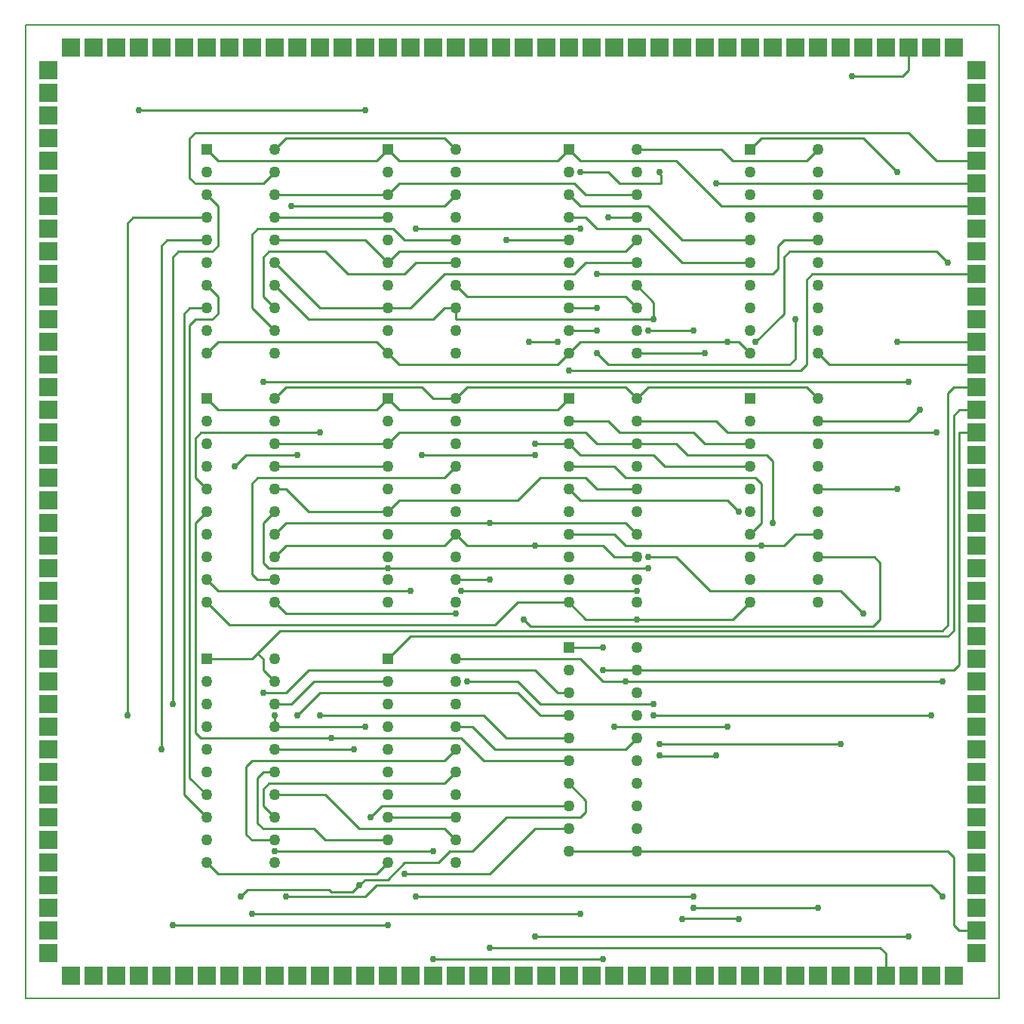
<source format=gbr>
G04 PROTEUS GERBER X2 FILE*
%TF.GenerationSoftware,Labcenter,Proteus,8.13-SP0-Build31525*%
%TF.CreationDate,2022-07-18T16:40:46+00:00*%
%TF.FileFunction,Copper,L1,Top*%
%TF.FilePolarity,Positive*%
%TF.Part,Single*%
%TF.SameCoordinates,{e24a2c9c-2edf-4d0d-b778-41e989ec9892}*%
%FSLAX45Y45*%
%MOMM*%
G01*
%TA.AperFunction,Conductor*%
%ADD10C,0.254000*%
%TA.AperFunction,ViaPad*%
%ADD11C,0.762000*%
%TA.AperFunction,ComponentPad*%
%ADD12R,2.032000X2.032000*%
%TA.AperFunction,ComponentPad*%
%ADD13R,1.270000X1.270000*%
%ADD14C,1.270000*%
%TA.AperFunction,Profile*%
%ADD15C,0.203200*%
%TD.AperFunction*%
D10*
X-2667000Y-2412999D02*
X-2667000Y-2413000D01*
X-2476500Y-2412999D01*
X-2222501Y-2159000D01*
X-1397000Y-2159000D01*
X-2667000Y-2540000D02*
X-2667000Y-2667000D01*
X-1651000Y-2667000D01*
X-1778000Y-2921000D02*
X-2667000Y-2921000D01*
X-2667000Y-3175000D02*
X-2794000Y-3175000D01*
X-2857500Y-3238500D01*
X-2857500Y-3746500D01*
X-2794000Y-3810000D01*
X-2222500Y-3810000D01*
X-2095500Y-3937000D01*
X-1397000Y-3937000D01*
X-2667000Y-3429000D02*
X-2095500Y-3429000D01*
X-1714500Y-3810000D01*
X-762000Y-3810000D01*
X-635000Y-3937000D01*
X-2667000Y-3683000D02*
X-2794000Y-3556000D01*
X-2794000Y-3365500D01*
X-2730500Y-3302000D01*
X-762000Y-3302000D01*
X-635000Y-3175000D01*
X-2667000Y-3937000D02*
X-2921000Y-3937000D01*
X-2984500Y-3873500D01*
X-2984500Y-3111500D01*
X-2921000Y-3048000D01*
X-762000Y-3048000D01*
X-635000Y-2921000D01*
X-2667000Y-4064000D02*
X-889000Y-4064000D01*
X-2413000Y-2540000D02*
X-2159000Y-2286000D01*
X+63500Y-2286000D01*
X+317500Y-2540000D01*
X+635000Y-2540000D01*
X-3111500Y+254000D02*
X-2984500Y+381000D01*
X-2413000Y+381000D01*
X-2159000Y-2540000D02*
X-317500Y-2540000D01*
X-63500Y-2794000D01*
X+635000Y-2794000D01*
X-2159000Y+635000D02*
X-3492500Y+635000D01*
X-3556000Y+571500D01*
X-3556000Y+127000D01*
X-3429000Y+0D01*
X-2032000Y-2794000D02*
X-3492500Y-2794000D01*
X-3556000Y-2730500D01*
X-3556000Y-381000D01*
X-3429000Y-254000D01*
X-2032000Y-2794000D02*
X-571500Y-2794000D01*
X-317500Y-3048000D01*
X+635000Y-3048000D01*
X-1714500Y-4445000D02*
X-1790700Y-4521200D01*
X-2032000Y-4521200D01*
X-2057400Y-4495800D01*
X-2971800Y-4495800D01*
X-3048000Y-4572000D01*
X-1714500Y-4445000D02*
X-1651000Y-4381500D01*
X-1397000Y-4381500D01*
X-1206500Y-4191000D01*
X-825500Y-4191000D01*
X-698500Y-4064000D01*
X-444500Y-4064000D01*
X-63500Y-3683000D01*
X+762000Y-3683000D01*
X+825500Y-3619500D01*
X+825500Y-3492500D01*
X+635000Y-3302000D01*
X-3810000Y-4889500D02*
X-1397000Y-4889500D01*
X-1587500Y-3683000D02*
X-1460500Y-3556000D01*
X+635000Y-3556000D01*
X-1206500Y-4318000D02*
X-254000Y-4318000D01*
X+254000Y-3810000D01*
X+635000Y-3810000D01*
X-1143000Y-1143000D02*
X-3302000Y-1143000D01*
X-3429000Y-1016000D01*
X-3810000Y-2413000D02*
X-3810000Y+2603500D01*
X-3746500Y+2667000D01*
X-3365500Y+2667000D01*
X-3302000Y+2730500D01*
X-3302000Y+3175000D01*
X-3429000Y+3302000D01*
X-4318000Y-2540000D02*
X-4318000Y+2984500D01*
X-4254500Y+3048000D01*
X-3429000Y+3048000D01*
X-3937000Y-2921000D02*
X-3937000Y+2730500D01*
X-3873500Y+2794000D01*
X-3429000Y+2794000D01*
X-3429000Y-3429000D02*
X-3619500Y-3238500D01*
X-3619500Y+1841500D01*
X-3556000Y+1905000D01*
X-3365500Y+1905000D01*
X-3302000Y+1968500D01*
X-3302000Y+2159000D01*
X-3429000Y+2286000D01*
X-3429000Y-3683000D02*
X-3683000Y-3429000D01*
X-3683000Y+1968500D01*
X-3619500Y+2032000D01*
X-3429000Y+2032000D01*
X-2921000Y-4762500D02*
X+762000Y-4762500D01*
X-2794000Y-2286000D02*
X-2540000Y-2286000D01*
X-2286000Y-2032000D01*
X+254000Y-2032000D01*
X+508000Y-2286000D01*
X+635000Y-2286000D01*
X+635000Y+762000D02*
X+1079500Y+762000D01*
X+1206500Y+635000D01*
X+2032000Y+635000D01*
X+2159000Y+508000D01*
X+2667000Y+508000D01*
X-889000Y-5270500D02*
X+1016000Y-5270500D01*
X+762000Y+3556000D02*
X+1079500Y+3556000D01*
X+1206500Y+3429000D01*
X+1674711Y+3429000D01*
X+1674711Y+3517900D01*
X+1651000Y+3541611D01*
X+1651000Y+3556000D01*
X+508000Y+1651000D02*
X+190500Y+1651000D01*
X+635000Y+3302000D02*
X+762000Y+3175000D01*
X+1524000Y+3175000D01*
X+1905000Y+2794000D01*
X+2667000Y+2794000D01*
X+635000Y+508000D02*
X+762000Y+381000D01*
X+1587500Y+381000D01*
X+1714500Y+254000D01*
X+2667000Y+254000D01*
X+254000Y+381000D02*
X-1016000Y+381000D01*
X+635000Y+508000D02*
X+254000Y+508000D01*
X+635000Y+254000D02*
X+1143000Y+254000D01*
X+1270000Y+127000D01*
X+2730500Y+127000D01*
X+2794000Y+63500D01*
X+2794000Y-381000D01*
X+2667000Y-508000D01*
X+635000Y+3048000D02*
X+825500Y+3048000D01*
X+952500Y+2921000D01*
X+1524000Y+2921000D01*
X+1905000Y+2540000D01*
X+2667000Y+2540000D01*
X+635000Y+0D02*
X+762000Y-127000D01*
X+2413000Y-127000D01*
X+2540000Y-254000D01*
X-63500Y+2794000D02*
X+635000Y+2794000D01*
X+3429000Y-762000D02*
X+4064000Y-762000D01*
X+4127500Y-825500D01*
X+4127500Y-1460500D01*
X+4051300Y-1536700D01*
X+203200Y-1536700D01*
X+127000Y-1460500D01*
X+3048000Y-635000D02*
X+2794000Y-635000D01*
X+3048000Y-635000D02*
X+3175000Y-508000D01*
X+3429000Y-508000D01*
X+635000Y-508000D02*
X+1143000Y-508000D01*
X+1270000Y-635000D01*
X+2794000Y-635000D01*
X+952500Y+2032000D02*
X+635000Y+2032000D01*
X+3429000Y+2794000D02*
X+3048000Y+2794000D01*
X+2984500Y+2730500D01*
X+2984500Y+2476500D01*
X+2921000Y+2413000D01*
X+952500Y+2413000D01*
X+952500Y+1778000D02*
X+635000Y+1778000D01*
X+952500Y+1524000D02*
X+1079500Y+1397000D01*
X+3111500Y+1397000D01*
X+3175000Y+1460500D01*
X+3175000Y+1905000D01*
X+3810000Y+4635500D02*
X+4381500Y+4635500D01*
X+4445000Y+4699000D01*
X+4445000Y+4953000D01*
X+4318000Y+0D02*
X+3429000Y+0D01*
X+4572000Y+889000D02*
X+4445001Y+762001D01*
X+3429000Y+762000D01*
X+3429000Y+762001D01*
X-1397000Y+3302000D02*
X-1270000Y+3429000D01*
X+698500Y+3429000D01*
X+825499Y+3302001D01*
X+1397000Y+3302000D01*
X+1397000Y+3302001D01*
X-1397000Y+3302000D02*
X-2667000Y+3302000D01*
X-2666999Y+3302000D01*
X-2667000Y+3302001D01*
X+2413000Y-2667000D02*
X+1143000Y-2667000D01*
X+3683000Y-2857500D02*
X+1651000Y-2857500D01*
X-1397000Y-254000D02*
X-1270000Y-127000D01*
X+63500Y-127000D01*
X+317500Y+127000D01*
X+825500Y+127000D01*
X+952500Y+0D01*
X+1397000Y+0D01*
X-1397000Y-254000D02*
X-2286000Y-254000D01*
X-2540000Y+0D01*
X-2667000Y+0D01*
X-1397000Y-889000D02*
X-2730500Y-889000D01*
X-2794000Y-825500D01*
X-2794000Y-381000D01*
X-2667000Y-254000D01*
X+1524000Y-762000D02*
X+1841500Y-762000D01*
X+2222500Y-1143000D01*
X+3683000Y-1143000D01*
X+3937000Y-1397000D01*
X-1397000Y-889000D02*
X+1524000Y-889000D01*
X-254000Y-381000D02*
X-2540000Y-381000D01*
X-2667000Y-508000D01*
X-254000Y-381000D02*
X+1270000Y-381000D01*
X+1397000Y-508000D01*
X-635000Y-1016000D02*
X-254000Y-1016000D01*
X-254000Y-5143500D02*
X+4127500Y-5143500D01*
X+4191000Y-5207000D01*
X+4191000Y-5461000D01*
X-635000Y-508000D02*
X-762000Y-635000D01*
X-2540000Y-635000D01*
X-2667000Y-762000D01*
X+0Y-635000D02*
X+254000Y-635000D01*
X+4445000Y-5016500D02*
X+254000Y-5016500D01*
X-635000Y-508000D02*
X-508000Y-635000D01*
X+0Y-635000D01*
X+254000Y-635000D02*
X+1016000Y-635000D01*
X+1143000Y-762000D01*
X+1397000Y-762000D01*
X-635000Y+254000D02*
X-762000Y+127000D01*
X-2857500Y+127000D01*
X-2921000Y+63500D01*
X-2921000Y-952500D01*
X-2857500Y-1016000D01*
X-2667000Y-1016000D01*
X+4699000Y-2540000D02*
X+1587500Y-2540000D01*
X+1397000Y-1143000D02*
X-571500Y-1143000D01*
X+1587500Y-2413000D02*
X+317500Y-2413000D01*
X+63500Y-2159000D01*
X-508000Y-2159000D01*
X-635000Y-1397000D02*
X-2540000Y-1397000D01*
X-2667000Y-1270000D01*
X-1079500Y+2921000D02*
X+762000Y+2921000D01*
X-1397000Y+3048000D02*
X-2667000Y+3048000D01*
X+1079500Y+3048000D02*
X+1397000Y+3048000D01*
X-1397000Y+2540000D02*
X-1270000Y+2667000D01*
X+1270000Y+2667000D01*
X+1397000Y+2794000D01*
X-1397000Y+2540000D02*
X-1651000Y+2794000D01*
X-2667000Y+2794000D01*
X+2286000Y-2984500D02*
X+2275331Y-2995169D01*
X+1661669Y-2995169D01*
X+1651000Y-2984500D01*
X-1397000Y+2032000D02*
X-1143000Y+2032000D01*
X-762000Y+2413000D01*
X+698500Y+2413000D01*
X+825500Y+2540000D01*
X+1397000Y+2540000D01*
X-1397000Y+2032000D02*
X-2159000Y+2032000D01*
X-2667000Y+2540000D01*
X+2540000Y-4826000D02*
X+2526944Y-4812944D01*
X+1918056Y-4812944D01*
X+1905000Y-4826000D01*
X-635000Y+2032000D02*
X-762000Y+2032000D01*
X-889000Y+1905000D01*
X-2286000Y+1905000D01*
X-2667000Y+2286000D01*
X+1587500Y+1905000D02*
X+1587500Y+2095500D01*
X+1397000Y+2286000D01*
X+1587500Y+1905000D02*
X-635000Y+1905000D01*
X-635000Y+2032000D02*
X-635000Y+1905000D01*
X-635000Y+2540000D02*
X-1079500Y+2540000D01*
X-1206500Y+2413000D01*
X-1841500Y+2413000D01*
X-2095500Y+2667000D01*
X-2730500Y+2667000D01*
X-2794000Y+2603500D01*
X-2794000Y+2159000D01*
X-2667000Y+2032000D01*
X-635000Y+2286000D02*
X-508000Y+2159000D01*
X+1270000Y+2159000D01*
X+1397000Y+2032000D01*
X-635000Y+2794000D02*
X-1206500Y+2794000D01*
X-1333500Y+2921000D01*
X-2857500Y+2921000D01*
X-2921000Y+2857500D01*
X-2921000Y+2032000D01*
X-2667000Y+1778000D01*
X+1524000Y+1778000D02*
X+2032000Y+1778000D01*
X-635000Y+3302001D02*
X-635000Y+3302000D01*
X-762001Y+3175000D01*
X-2476500Y+3175000D01*
X+1397000Y+1524000D02*
X+2159000Y+1524000D01*
X-1397000Y+508000D02*
X-1270000Y+635000D01*
X+825500Y+635000D01*
X+952499Y+508001D01*
X+1397000Y+508000D01*
X-1397000Y+508000D02*
X-2413000Y+508000D01*
X-2413001Y+508001D01*
X-2667000Y+508000D01*
X-2667000Y+508001D01*
X+1397000Y+508001D02*
X+1397000Y+508000D01*
X+1841500Y+508001D01*
X+1968501Y+381000D01*
X+2857500Y+381000D01*
X+2921000Y+317500D01*
X+2921000Y-381000D01*
X-1397000Y+254000D02*
X-2667000Y+254000D01*
X+2032000Y-4699000D02*
X+3429000Y-4699000D01*
X+2032000Y-4572000D02*
X-1079500Y-4572000D01*
X+1397000Y-4064000D02*
X+4889500Y-4064000D01*
X+4953000Y-4127500D01*
X+4953000Y-4889500D01*
X+5016500Y-4953000D01*
X+5207000Y-4953000D01*
X+1397000Y-2794000D02*
X+1270000Y-2921000D01*
X-190500Y-2921000D01*
X-444500Y-2667000D01*
X-635000Y-2667000D01*
X+2667000Y-1270000D02*
X+2476500Y-1460500D01*
X+1397000Y-1460500D01*
X+635000Y+1524000D02*
X+762000Y+1651000D01*
X+2413000Y+1651000D01*
X+635000Y-1270000D02*
X+825500Y-1460500D01*
X+1397000Y-1460500D01*
X+635000Y-1270000D02*
X+63500Y-1270000D01*
X-190500Y-1524000D01*
X-3175000Y-1524000D01*
X-3429000Y-1270000D01*
X-1397000Y-4191000D02*
X-1524000Y-4318000D01*
X-3302000Y-4318000D01*
X-3429000Y-4191000D01*
X-1397000Y-3683000D02*
X-635000Y-3683000D01*
X+1397000Y-4064000D02*
X+635000Y-4064000D01*
X-1397000Y+1524000D02*
X-1524000Y+1651000D01*
X-3302000Y+1651000D01*
X-3429000Y+1524000D01*
X-1397000Y+1524000D02*
X-1270000Y+1397000D01*
X+508000Y+1397000D01*
X+635000Y+1524000D01*
X+2413000Y+1651000D02*
X+2540000Y+1651000D01*
X+2667000Y+1524000D01*
X-4191000Y+4254500D02*
X-4190479Y+4253979D01*
X-1651521Y+4253979D01*
X-1651000Y+4254500D01*
X+1397000Y-2032000D02*
X+4953000Y-2031999D01*
X+5016500Y-1968499D01*
X+5016500Y+635000D01*
X+5207000Y+635000D01*
X+1397000Y-2031999D02*
X+1397000Y-2032000D01*
X+1016001Y-2031999D01*
X+1016000Y-2032000D01*
X+1016000Y-1778000D02*
X+635000Y-1778000D01*
X+5207000Y+889000D02*
X+5016500Y+889000D01*
X+4953000Y+825500D01*
X+4953000Y-1587500D01*
X+4889500Y-1651000D01*
X-1143000Y-1651000D01*
X-1397000Y-1905000D01*
X-2857500Y-1841500D02*
X-2603500Y-1587500D01*
X+4826000Y-1587500D01*
X+4889500Y-1524000D01*
X+4889500Y+1079500D01*
X+4953000Y+1143000D01*
X+5207000Y+1143000D01*
X-2857500Y-1841500D02*
X-2794000Y-1905000D01*
X-2794000Y-2031999D01*
X-2667000Y-2159000D01*
X-2667000Y-2158999D01*
X-2857500Y-1841500D02*
X-2921000Y-1905000D01*
X-3429000Y-1905000D01*
X+3429000Y+1524000D02*
X+3556000Y+1397000D01*
X+5207000Y+1397000D01*
X+4318000Y+1651000D02*
X+5207000Y+1651000D01*
X+4318000Y+3556000D02*
X+3937000Y+3937000D01*
X+2794000Y+3937000D01*
X+2667000Y+3810000D01*
X+2730500Y+1651000D02*
X+3048000Y+1968500D01*
X+3048000Y+2603500D01*
X+3111500Y+2667000D01*
X+4762500Y+2667000D01*
X+4889500Y+2540000D01*
X+5207000Y+3683000D02*
X+4762500Y+3683000D01*
X+4445000Y+4000500D01*
X-3556000Y+4000500D01*
X-3619500Y+3937000D01*
X-3619500Y+3492500D01*
X-3556000Y+3429000D01*
X-2794001Y+3429000D01*
X-2667000Y+3556000D01*
X-2667000Y+3556001D01*
X+2286000Y+3429000D02*
X+5207000Y+3429000D01*
X+635000Y+3810000D02*
X+762000Y+3683000D01*
X+1841500Y+3683000D01*
X+2349500Y+3175000D01*
X+5207000Y+3175000D01*
X-1397000Y+3810000D02*
X-1524000Y+3683000D01*
X-3302000Y+3683000D01*
X-3429000Y+3810000D01*
X-1397000Y+3810000D02*
X-1270000Y+3683000D01*
X-1079500Y+3683000D01*
X-952500Y+3683000D02*
X-1079500Y+3683000D01*
X-508000Y+3683000D02*
X-952500Y+3683000D01*
X+635000Y+3810000D02*
X+508000Y+3683000D01*
X-508000Y+3683000D01*
X-2794000Y+1206500D02*
X+4445000Y+1206500D01*
X+4762500Y+635000D02*
X+2413000Y+635000D01*
X+2285999Y+762001D01*
X+1397000Y+762000D01*
X+1397000Y+762001D01*
X-1397000Y+1016000D02*
X-1524000Y+889000D01*
X-3302000Y+889000D01*
X-3429000Y+1016000D01*
X+635000Y+1333500D02*
X+3238500Y+1333500D01*
X+3302000Y+1397000D01*
X+3302000Y+2349500D01*
X+3365500Y+2413000D01*
X+5207000Y+2413000D01*
X-889000Y+889000D02*
X-762000Y+889000D01*
X-952500Y+889000D02*
X-889000Y+889000D01*
X-1397000Y+1016000D02*
X-1270000Y+889000D01*
X-952500Y+889000D01*
X-508000Y+889000D02*
X-762000Y+889000D01*
X+635000Y+1016000D02*
X+508000Y+889000D01*
X-508000Y+889000D01*
X-2540000Y-4572000D02*
X-1651000Y-4572000D01*
X-1524000Y-4445000D01*
X+4699000Y-4445000D01*
X+4826000Y-4572000D01*
X+1270000Y-2159000D02*
X+1016000Y-2159000D01*
X+762000Y-1905000D01*
X-635000Y-1905000D01*
X-635000Y+1016000D02*
X-508000Y+1143000D01*
X+1270000Y+1143000D01*
X+1397000Y+1016000D01*
X+1524000Y+1143000D01*
X+3302000Y+1143000D01*
X+3429000Y+1016000D01*
X-635000Y+3810000D02*
X-762000Y+3937000D01*
X-2540000Y+3937000D01*
X-2667000Y+3810000D01*
X-635000Y+1016000D02*
X-889000Y+1016000D01*
X-1016000Y+1143000D01*
X-2540000Y+1143000D01*
X-2667000Y+1016000D01*
X+1397000Y+3810000D02*
X+2349500Y+3810000D01*
X+2476500Y+3683000D01*
X+3302000Y+3683000D01*
X+3429000Y+3810000D01*
X+1270000Y-2159000D02*
X+4826000Y-2159000D01*
D11*
X-1651000Y-2667000D03*
X-2667000Y-2540000D03*
X-1778000Y-2921000D03*
X-889000Y-4064000D03*
X-2667000Y-4064000D03*
X-2413000Y+381000D03*
X-3111500Y+254000D03*
X-2413000Y-2540000D03*
X-2159000Y+635000D03*
X-2159000Y-2540000D03*
X-2032000Y-2794000D03*
X-3048000Y-4572000D03*
X-1714500Y-4445000D03*
X-1397000Y-4889500D03*
X-3810000Y-4889500D03*
X-1587500Y-3683000D03*
X-1143000Y-1143000D03*
X-1206500Y-4318000D03*
X-3810000Y-2413000D03*
X-4318000Y-2540000D03*
X-3937000Y-2921000D03*
X+762000Y-4762500D03*
X-2921000Y-4762500D03*
X-2794000Y-2286000D03*
X+1016000Y-5270500D03*
X-889000Y-5270500D03*
X+1651000Y+3556000D03*
X+762000Y+3556000D03*
X+190500Y+1651000D03*
X+508000Y+1651000D03*
X-1016000Y+381000D03*
X+254000Y+381000D03*
X+254000Y+508000D03*
X+2540000Y-254000D03*
X-63500Y+2794000D03*
X+127000Y-1460500D03*
X+2794000Y-635000D03*
X+952500Y+2413000D03*
X+952500Y+2032000D03*
X+952500Y+1778000D03*
X+3175000Y+1905000D03*
X+952500Y+1524000D03*
X+3810000Y+4635500D03*
X+4318000Y+0D03*
X+4572000Y+889000D03*
X+1143000Y-2667000D03*
X+2413000Y-2667000D03*
X+1651000Y-2857500D03*
X+3683000Y-2857500D03*
X+3937000Y-1397000D03*
X+1524000Y-762000D03*
X+1524000Y-889000D03*
X-1397000Y-889000D03*
X-254000Y-1016000D03*
X-254000Y-5143500D03*
X-254000Y-381000D03*
X+254000Y-635000D03*
X+254000Y-5016500D03*
X+4445000Y-5016500D03*
X+1587500Y-2540000D03*
X+4699000Y-2540000D03*
X-571500Y-1143000D03*
X+1397000Y-1143000D03*
X-508000Y-2159000D03*
X+1587500Y-2413000D03*
X-635000Y-1397000D03*
X+762000Y+2921000D03*
X-1079500Y+2921000D03*
X+1079500Y+3048000D03*
X+1651000Y-2984500D03*
X+2286000Y-2984500D03*
X+1905000Y-4826000D03*
X+2540000Y-4826000D03*
X+1587500Y+1905000D03*
X+2032000Y+1778000D03*
X+1524000Y+1778000D03*
X-2476500Y+3175000D03*
X+2159000Y+1524000D03*
X+2921000Y-381000D03*
X+3429000Y-4699000D03*
X+2032000Y-4699000D03*
X-1079500Y-4572000D03*
X+2032000Y-4572000D03*
X+1397000Y-1460500D03*
X+2413000Y+1651000D03*
X-1651000Y+4254500D03*
X-4191000Y+4254500D03*
X+1016000Y-2032000D03*
X+1016000Y-1778000D03*
X+4318000Y+1651000D03*
X+4318000Y+3556000D03*
X+4889500Y+2540000D03*
X+2730500Y+1651000D03*
X+2286000Y+3429000D03*
X+4445000Y+1206500D03*
X-2794000Y+1206500D03*
X+4762500Y+635000D03*
X+635000Y+1333500D03*
X+4826000Y-4572000D03*
X-2540000Y-4572000D03*
X+4826000Y-2159000D03*
X+1270000Y-2159000D03*
D12*
X-2921000Y+4953000D03*
X-2667000Y+4953000D03*
X-2413000Y+4953000D03*
X-2159000Y+4953000D03*
X-1905000Y+4953000D03*
X-1651000Y+4953000D03*
X-1397000Y+4953000D03*
X-1143000Y+4953000D03*
X-889000Y+4953000D03*
X-635000Y+4953000D03*
X-381000Y+4953000D03*
X-127000Y+4953000D03*
X+127000Y+4953000D03*
X+381000Y+4953000D03*
X+635000Y+4953000D03*
X+889000Y+4953000D03*
X+1143000Y+4953000D03*
X+1397000Y+4953000D03*
X+1651000Y+4953000D03*
X+1905000Y+4953000D03*
X+2159000Y+4953000D03*
X+2413000Y+4953000D03*
X+2667000Y+4953000D03*
X+2921000Y+4953000D03*
X+3175000Y+4953000D03*
X+3429000Y+4953000D03*
X+3683000Y+4953000D03*
X+3937000Y+4953000D03*
X+4191000Y+4953000D03*
X+4445000Y+4953000D03*
X+4699000Y+4953000D03*
X+4953000Y+4953000D03*
X-4953000Y+4953000D03*
X-4699000Y+4953000D03*
X-4445000Y+4953000D03*
X-4191000Y+4953000D03*
X-3937000Y+4953000D03*
X-3683000Y+4953000D03*
X-3429000Y+4953000D03*
X-3175000Y+4953000D03*
X-4953000Y-5461000D03*
X-4699000Y-5461000D03*
X-4445000Y-5461000D03*
X-4191000Y-5461000D03*
X-3937000Y-5461000D03*
X-3683000Y-5461000D03*
X-3429000Y-5461000D03*
X-3175000Y-5461000D03*
X-2921000Y-5461000D03*
X-2667000Y-5461000D03*
X-2413000Y-5461000D03*
X-2159000Y-5461000D03*
X-1905000Y-5461000D03*
X-1651000Y-5461000D03*
X-1397000Y-5461000D03*
X-1143000Y-5461000D03*
X-889000Y-5461000D03*
X-635000Y-5461000D03*
X-381000Y-5461000D03*
X-127000Y-5461000D03*
X+127000Y-5461000D03*
X+381000Y-5461000D03*
X+635000Y-5461000D03*
X+889000Y-5461000D03*
X+1143000Y-5461000D03*
X+1397000Y-5461000D03*
X+1651000Y-5461000D03*
X+1905000Y-5461000D03*
X+2159000Y-5461000D03*
X+2413000Y-5461000D03*
X+2667000Y-5461000D03*
X+2921000Y-5461000D03*
X+3175000Y-5461000D03*
X+3429000Y-5461000D03*
X+3683000Y-5461000D03*
X+3937000Y-5461000D03*
X+4191000Y-5461000D03*
X+4445000Y-5461000D03*
X+4699000Y-5461000D03*
X+4953000Y-5461000D03*
X-5207000Y+4699000D03*
X-5207000Y+4445000D03*
X-5207000Y+4191000D03*
X-5207000Y+3937000D03*
X-5207000Y+3683000D03*
X-5207000Y+3429000D03*
X-5207000Y+3175000D03*
X-5207000Y+2921000D03*
X-5207000Y+2667000D03*
X-5207000Y+2413000D03*
X-5207000Y+2159000D03*
X-5207000Y+1905000D03*
X-5207000Y+1651000D03*
X-5207000Y+1397000D03*
X-5207000Y+1143000D03*
X-5207000Y+889000D03*
X-5207000Y+635000D03*
X-5207000Y+381000D03*
X-5207000Y+127000D03*
X-5207000Y-127000D03*
X-5207000Y-381000D03*
X-5207000Y-635000D03*
X-5207000Y-889000D03*
X-5207000Y-1143000D03*
X-5207000Y-1397000D03*
X-5207000Y-1651000D03*
X-5207000Y-1905000D03*
X-5207000Y-2159000D03*
X-5207000Y-2413000D03*
X-5207000Y-2667000D03*
X-5207000Y-2921000D03*
X-5207000Y-3175000D03*
X-5207000Y-3429000D03*
X-5207000Y-3683000D03*
X-5207000Y-3937000D03*
X-5207000Y-4191000D03*
X-5207000Y-4445000D03*
X-5207000Y-4699000D03*
X-5207000Y-4953000D03*
X-5207000Y-5207000D03*
X+5207000Y+4699000D03*
X+5207000Y+4445000D03*
X+5207000Y+4191000D03*
X+5207000Y+3937000D03*
X+5207000Y+3683000D03*
X+5207000Y+3429000D03*
X+5207000Y+3175000D03*
X+5207000Y+2921000D03*
X+5207000Y+2667000D03*
X+5207000Y+2413000D03*
X+5207000Y+2159000D03*
X+5207000Y+1905000D03*
X+5207000Y+1651000D03*
X+5207000Y+1397000D03*
X+5207000Y+1143000D03*
X+5207000Y+889000D03*
X+5207000Y+635000D03*
X+5207000Y+381000D03*
X+5207000Y+127000D03*
X+5207000Y-127000D03*
X+5207000Y-381000D03*
X+5207000Y-635000D03*
X+5207000Y-889000D03*
X+5207000Y-1143000D03*
X+5207000Y-1397000D03*
X+5207000Y-1651000D03*
X+5207000Y-1905000D03*
X+5207000Y-2159000D03*
X+5207000Y-2413000D03*
X+5207000Y-2667000D03*
X+5207000Y-2921000D03*
X+5207000Y-3175000D03*
X+5207000Y-3429000D03*
X+5207000Y-3683000D03*
X+5207000Y-3937000D03*
X+5207000Y-4191000D03*
X+5207000Y-4445000D03*
X+5207000Y-4699000D03*
X+5207000Y-4953000D03*
X+5207000Y-5207000D03*
D13*
X-3429000Y+3810000D03*
D14*
X-3429000Y+3556000D03*
X-3429000Y+3302000D03*
X-3429000Y+3048000D03*
X-3429000Y+2794000D03*
X-3429000Y+2540000D03*
X-3429000Y+2286000D03*
X-3429000Y+2032000D03*
X-3429000Y+1778000D03*
X-3429000Y+1524000D03*
X-2667000Y+1524000D03*
X-2667000Y+1778000D03*
X-2667000Y+2032000D03*
X-2667000Y+2286000D03*
X-2667000Y+2540000D03*
X-2667000Y+2794000D03*
X-2667000Y+3048000D03*
X-2667000Y+3302000D03*
X-2667000Y+3556000D03*
X-2667000Y+3810000D03*
D13*
X-3429000Y+1016000D03*
D14*
X-3429000Y+762000D03*
X-3429000Y+508000D03*
X-3429000Y+254000D03*
X-3429000Y+0D03*
X-3429000Y-254000D03*
X-3429000Y-508000D03*
X-3429000Y-762000D03*
X-3429000Y-1016000D03*
X-3429000Y-1270000D03*
X-2667000Y-1270000D03*
X-2667000Y-1016000D03*
X-2667000Y-762000D03*
X-2667000Y-508000D03*
X-2667000Y-254000D03*
X-2667000Y+0D03*
X-2667000Y+254000D03*
X-2667000Y+508000D03*
X-2667000Y+762000D03*
X-2667000Y+1016000D03*
D13*
X-1397000Y+3810000D03*
D14*
X-1397000Y+3556000D03*
X-1397000Y+3302000D03*
X-1397000Y+3048000D03*
X-1397000Y+2794000D03*
X-1397000Y+2540000D03*
X-1397000Y+2286000D03*
X-1397000Y+2032000D03*
X-1397000Y+1778000D03*
X-1397000Y+1524000D03*
X-635000Y+1524000D03*
X-635000Y+1778000D03*
X-635000Y+2032000D03*
X-635000Y+2286000D03*
X-635000Y+2540000D03*
X-635000Y+2794000D03*
X-635000Y+3048000D03*
X-635000Y+3302000D03*
X-635000Y+3556000D03*
X-635000Y+3810000D03*
D13*
X-1397000Y+1016000D03*
D14*
X-1397000Y+762000D03*
X-1397000Y+508000D03*
X-1397000Y+254000D03*
X-1397000Y+0D03*
X-1397000Y-254000D03*
X-1397000Y-508000D03*
X-1397000Y-762000D03*
X-1397000Y-1016000D03*
X-1397000Y-1270000D03*
X-635000Y-1270000D03*
X-635000Y-1016000D03*
X-635000Y-762000D03*
X-635000Y-508000D03*
X-635000Y-254000D03*
X-635000Y+0D03*
X-635000Y+254000D03*
X-635000Y+508000D03*
X-635000Y+762000D03*
X-635000Y+1016000D03*
D13*
X+635000Y+3810000D03*
D14*
X+635000Y+3556000D03*
X+635000Y+3302000D03*
X+635000Y+3048000D03*
X+635000Y+2794000D03*
X+635000Y+2540000D03*
X+635000Y+2286000D03*
X+635000Y+2032000D03*
X+635000Y+1778000D03*
X+635000Y+1524000D03*
X+1397000Y+1524000D03*
X+1397000Y+1778000D03*
X+1397000Y+2032000D03*
X+1397000Y+2286000D03*
X+1397000Y+2540000D03*
X+1397000Y+2794000D03*
X+1397000Y+3048000D03*
X+1397000Y+3302000D03*
X+1397000Y+3556000D03*
X+1397000Y+3810000D03*
D13*
X+635000Y+1016000D03*
D14*
X+635000Y+762000D03*
X+635000Y+508000D03*
X+635000Y+254000D03*
X+635000Y+0D03*
X+635000Y-254000D03*
X+635000Y-508000D03*
X+635000Y-762000D03*
X+635000Y-1016000D03*
X+635000Y-1270000D03*
X+1397000Y-1270000D03*
X+1397000Y-1016000D03*
X+1397000Y-762000D03*
X+1397000Y-508000D03*
X+1397000Y-254000D03*
X+1397000Y+0D03*
X+1397000Y+254000D03*
X+1397000Y+508000D03*
X+1397000Y+762000D03*
X+1397000Y+1016000D03*
D13*
X-3429000Y-1905000D03*
D14*
X-3429000Y-2159000D03*
X-3429000Y-2413000D03*
X-3429000Y-2667000D03*
X-3429000Y-2921000D03*
X-3429000Y-3175000D03*
X-3429000Y-3429000D03*
X-3429000Y-3683000D03*
X-3429000Y-3937000D03*
X-3429000Y-4191000D03*
X-2667000Y-4191000D03*
X-2667000Y-3937000D03*
X-2667000Y-3683000D03*
X-2667000Y-3429000D03*
X-2667000Y-3175000D03*
X-2667000Y-2921000D03*
X-2667000Y-2667000D03*
X-2667000Y-2413000D03*
X-2667000Y-2159000D03*
X-2667000Y-1905000D03*
D13*
X+635000Y-1778000D03*
D14*
X+635000Y-2032000D03*
X+635000Y-2286000D03*
X+635000Y-2540000D03*
X+635000Y-2794000D03*
X+635000Y-3048000D03*
X+635000Y-3302000D03*
X+635000Y-3556000D03*
X+635000Y-3810000D03*
X+635000Y-4064000D03*
X+1397000Y-4064000D03*
X+1397000Y-3810000D03*
X+1397000Y-3556000D03*
X+1397000Y-3302000D03*
X+1397000Y-3048000D03*
X+1397000Y-2794000D03*
X+1397000Y-2540000D03*
X+1397000Y-2286000D03*
X+1397000Y-2032000D03*
X+1397000Y-1778000D03*
D13*
X-1397000Y-1905000D03*
D14*
X-1397000Y-2159000D03*
X-1397000Y-2413000D03*
X-1397000Y-2667000D03*
X-1397000Y-2921000D03*
X-1397000Y-3175000D03*
X-1397000Y-3429000D03*
X-1397000Y-3683000D03*
X-1397000Y-3937000D03*
X-1397000Y-4191000D03*
X-635000Y-4191000D03*
X-635000Y-3937000D03*
X-635000Y-3683000D03*
X-635000Y-3429000D03*
X-635000Y-3175000D03*
X-635000Y-2921000D03*
X-635000Y-2667000D03*
X-635000Y-2413000D03*
X-635000Y-2159000D03*
X-635000Y-1905000D03*
D13*
X+2667000Y+3810000D03*
D14*
X+2667000Y+3556000D03*
X+2667000Y+3302000D03*
X+2667000Y+3048000D03*
X+2667000Y+2794000D03*
X+2667000Y+2540000D03*
X+2667000Y+2286000D03*
X+2667000Y+2032000D03*
X+2667000Y+1778000D03*
X+2667000Y+1524000D03*
X+3429000Y+1524000D03*
X+3429000Y+1778000D03*
X+3429000Y+2032000D03*
X+3429000Y+2286000D03*
X+3429000Y+2540000D03*
X+3429000Y+2794000D03*
X+3429000Y+3048000D03*
X+3429000Y+3302000D03*
X+3429000Y+3556000D03*
X+3429000Y+3810000D03*
D13*
X+2667000Y+1016000D03*
D14*
X+2667000Y+762000D03*
X+2667000Y+508000D03*
X+2667000Y+254000D03*
X+2667000Y+0D03*
X+2667000Y-254000D03*
X+2667000Y-508000D03*
X+2667000Y-762000D03*
X+2667000Y-1016000D03*
X+2667000Y-1270000D03*
X+3429000Y-1270000D03*
X+3429000Y-1016000D03*
X+3429000Y-762000D03*
X+3429000Y-508000D03*
X+3429000Y-254000D03*
X+3429000Y+0D03*
X+3429000Y+254000D03*
X+3429000Y+508000D03*
X+3429000Y+762000D03*
X+3429000Y+1016000D03*
D15*
X-5461000Y-5715000D02*
X+5461000Y-5715000D01*
X+5461000Y+5207000D01*
X-5461000Y+5207000D01*
X-5461000Y-5715000D01*
M02*

</source>
